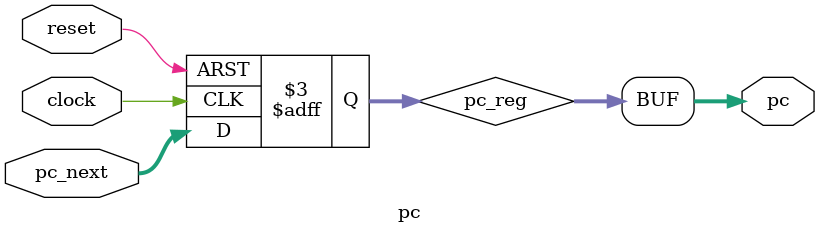
<source format=v>
/********/
/* pc.v */
/********/

//
// ¥×¥í¥°¥é¥à¥«¥¦¥ó¥¿¤Î½é´üÃÍ¤Ï 0x00400000
//

//                +----+
//         clock->|    |
//         reset->|    |
// pc_next[31:0]->|    |->pc[31:0]
//                +----+

module pc (clock, reset, pc_next, pc);  // Æþ½ÐÎÏ¥Ý¡¼¥È

  input       clock, reset;   // ÆþÎÏ ¥¯¥í¥Ã¥¯, ¥ê¥»¥Ã¥È
  input  [31:0]    pc_next;   // ÆþÎÏ 32-bit ¼¡¤ËPC¤Ë¥»¥Ã¥È¤¹¤ëÃÍ
  output [31:0]         pc;   // ½ÐÎÏ 32-bit PC

  reg    [31:0]     pc_reg;   // PCÍÑ¥ì¥¸¥¹¥¿

  // Always ¥Ö¥í¥Ã¥¯: ¥×¥í¥°¥é¥à¥«¥¦¥ó¥¿
  // ÆþÎÏ: clock, reset, pc_next
  // ½ÐÎÏ: pc_reg
  // ¥ì¥¸¥¹¥¿: pc_reg
  always @(posedge clock or negedge reset) begin
    if (reset == 1'b0) begin
	pc_reg <= 32'h00400000;
    end else begin
	pc_reg <= pc_next;
    end
  end

  assign pc = pc_reg;   
endmodule

</source>
